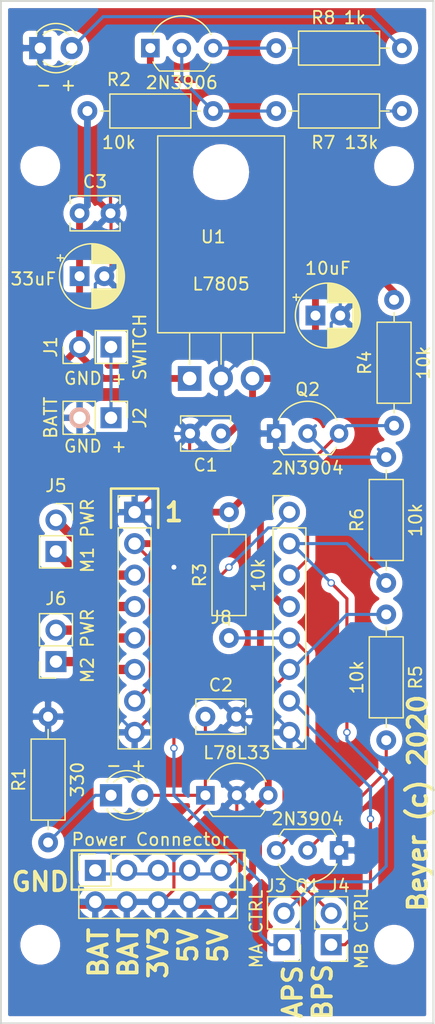
<source format=kicad_pcb>
(kicad_pcb (version 20171130) (host pcbnew "(5.1.4)-1")
  (layers (0 F.Cu signal hide) (31 B.Cu signal) (34 B.Paste user) (35 F.Paste user) (36 B.SilkS user) (37 F.SilkS user) (38 B.Mask user) (39 F.Mask user) (44 Edge.Cuts user))
  (net 0 "")
  (net 1 GND)
  (net 2 +5V)
  (net 3 +3V3)
  (net 4 "Net-(D1-Pad1)")
  (net 5 BPWM)
  (net 6 B2)
  (net 7 APWM)
  (net 8 A2)
  (net 9 B1)
  (net 10 A1)
  (net 11 "Net-(Q1-Pad2)")
  (net 12 "Net-(Q2-Pad2)")
  (net 13 +BATT)
  (net 14 "Net-(J1-Pad2)")
  (net 15 "Net-(J5-Pad2)")
  (net 16 "Net-(J5-Pad1)")
  (net 17 "Net-(J6-Pad2)")
  (net 18 "Net-(J6-Pad1)")
  (module bob:Pololu_TB6612 (layer F.Cu) (at 106.68 60.325)
    (fp_text reference J8 (at 7 8.5) (layer F.SilkS))
    (fp_text value TB6612_Motor_Driver)
    (pad 8 thru_hole oval (at 0 17.78) (size 1.7 1.7) (drill 1) (layers *.Cu *.Mask) (net 1 GND))
    (pad 7 thru_hole oval (at 0 15.24) (size 1.7 1.7) (drill 1) (layers *.Cu *.Mask) (net 2 +5V))
    (pad 6 thru_hole oval (at 0 12.7) (size 1.7 1.7) (drill 1) (layers *.Cu *.Mask) (net 18 "Net-(J6-Pad1)"))
    (pad 5 thru_hole oval (at 0 10.16) (size 1.7 1.7) (drill 1) (layers *.Cu *.Mask) (net 17 "Net-(J6-Pad2)"))
    (pad 4 thru_hole oval (at 0 7.62) (size 1.7 1.7) (drill 1) (layers *.Cu *.Mask) (net 15 "Net-(J5-Pad2)"))
    (pad 3 thru_hole oval (at 0 5.08) (size 1.7 1.7) (drill 1) (layers *.Cu *.Mask) (net 16 "Net-(J5-Pad1)"))
    (pad 2 thru_hole oval (at 0 2.54) (size 1.7 1.7) (drill 1) (layers *.Cu *.Mask) (net 2 +5V))
    (pad 1 thru_hole rect (at 0 0) (size 1.7 1.7) (drill 1) (layers *.Cu *.Mask) (net 1 GND))
    (pad 16 thru_hole circle (at 12.5 0) (size 1.7 1.7) (drill 1) (layers *.Cu *.Mask) (net 7 APWM))
    (pad 15 thru_hole oval (at 12.5 2.54) (size 1.7 1.7) (drill 1) (layers *.Cu *.Mask) (net 8 A2))
    (pad 14 thru_hole oval (at 12.5 5.08) (size 1.7 1.7) (drill 1) (layers *.Cu *.Mask) (net 10 A1))
    (pad 13 thru_hole oval (at 12.5 7.62) (size 1.7 1.7) (drill 1) (layers *.Cu *.Mask) (net 2 +5V))
    (pad 12 thru_hole oval (at 12.5 10.16) (size 1.7 1.7) (drill 1) (layers *.Cu *.Mask) (net 9 B1))
    (pad 11 thru_hole oval (at 12.5 12.7) (size 1.7 1.7) (drill 1) (layers *.Cu *.Mask) (net 6 B2))
    (pad 10 thru_hole oval (at 12.5 15.24) (size 1.7 1.7) (drill 1) (layers *.Cu *.Mask) (net 5 BPWM))
    (pad 9 thru_hole oval (at 12.5 17.78) (size 1.7 1.7) (drill 1) (layers *.Cu *.Mask) (net 1 GND))
  )
  (module Package_TO_SOT_THT:TO-220-3_Horizontal_TabDown (layer F.Cu) (at 111.125 49.53)
    (fp_text reference U1 (at 1.905 -11.43) (layer F.SilkS))
    (fp_text value L7805 (at 2.54 -7.62) (layer F.SilkS))
    (pad 3 thru_hole oval (at 5.08 0) (size 1.905 2) (drill 1.1) (layers *.Cu *.Mask) (net 2 +5V))
    (pad 2 thru_hole oval (at 2.54 0) (size 1.905 2) (drill 1.1) (layers *.Cu *.Mask) (net 1 GND))
    (pad 1 thru_hole rect (at 0 0) (size 1.905 2) (drill 1.1) (layers *.Cu *.Mask) (net 13 +BATT))
    (pad "" np_thru_hole oval (at 2.54 -16.66) (size 3.5 3.5) (drill 3.5) (layers *.Cu *.Mask))
  )
  (module "" (layer F.Cu) (at 102.87 27.94)
    (fp_text reference "" (at 107.95 22.86) (layer F.SilkS) (effects (font (size 1.27 1.27))))
    (fp_text value "" (at 107.95 22.86) (layer F.SilkS) (effects (font (size 1.27 1.27))))
  )
  (module "" (layer F.Cu) (at 96.52 27.94)
    (fp_text reference "" (at 107.95 22.86) (layer F.SilkS) (effects (font (size 1.27 1.27))))
    (fp_text value "" (at 107.95 22.86) (layer F.SilkS) (effects (font (size 1.27 1.27))))
  )
  (module Mounting_Holes:MountingHole_2.2mm_M2 (layer F.Cu) (at 127.635 32.385)
    (fp_text reference "" (at 0 -3.2) (layer F.SilkS))
    (fp_text value "")
    (pad 1 np_thru_hole circle (at 0 0) (size 2.2 2.2) (drill 2.2) (layers *.Cu *.Mask))
  )
  (module Mounting_Holes:MountingHole_2.2mm_M2 (layer F.Cu) (at 99.06 32.385)
    (fp_text reference "" (at 0 -3.2) (layer F.SilkS))
    (fp_text value "")
    (pad 1 np_thru_hole circle (at 0 0) (size 2.2 2.2) (drill 2.2) (layers *.Cu *.Mask))
  )
  (module Mounting_Holes:MountingHole_2.2mm_M2 (layer F.Cu) (at 127.635 95.25)
    (fp_text reference "" (at 0 -3.2) (layer F.SilkS))
    (fp_text value "")
    (pad 1 np_thru_hole circle (at 0 0) (size 2.2 2.2) (drill 2.2) (layers *.Cu *.Mask))
  )
  (module Mounting_Holes:MountingHole_2.2mm_M2 (layer F.Cu) (at 99.06 95.25)
    (fp_text reference "" (at 0 -3.2) (layer F.SilkS))
    (fp_text value "")
    (pad 1 np_thru_hole circle (at 0 0) (size 2.2 2.2) (drill 2.2) (layers *.Cu *.Mask))
  )
  (module Connector_PinHeader_2.54mm:PinHeader_1x02_P2.54mm_Vertical (layer F.Cu) (at 104.775 52.705 270)
    (fp_text reference J2 (at 0 -2.33 90) (layer F.SilkS))
    (fp_text value BATT (at 0 4.87 90) (layer F.SilkS))
    (fp_text user "GND +" (at 2.295 1.27) (layer F.SilkS))
    (pad 2 thru_hole oval (at 0 2.54 270) (size 1.7 1.7) (drill 1) (layers *.Cu *.Mask B.SilkS) (net 1 GND))
    (pad 1 thru_hole rect (at 0 0 270) (size 1.7 1.7) (drill 1) (layers *.Cu *.Mask) (net 14 "Net-(J1-Pad2)"))
  )
  (module Connector_PinHeader_2.54mm:PinHeader_1x02_P2.54mm_Vertical (layer F.Cu) (at 102.235 46.99 90)
    (fp_text reference J1 (at 0 -2.33 90) (layer F.SilkS))
    (fp_text value SWITCH (at 0 4.87 90) (layer F.SilkS))
    (fp_text user "GND +" (at -2.54 1.27) (layer F.SilkS))
    (pad 2 thru_hole rect (at 0 2.54 90) (size 1.7 1.7) (drill 1) (layers *.Cu *.Mask) (net 14 "Net-(J1-Pad2)"))
    (pad 1 thru_hole oval (at 0 0 90) (size 1.7 1.7) (drill 1) (layers *.Cu *.Mask) (net 13 +BATT))
  )
  (module Connector_PinSocket_2.54mm:PinSocket_2x05_P2.54mm_Vertical (layer F.Cu) (at 103.505 89.25 90)
    (fp_text reference J7 hide)
    (fp_text value "Power Connector" (at 2.5 4.445 180) (layer F.SilkS))
    (pad 10 thru_hole oval (at -2.54 10.16 90) (size 1.7 1.7) (drill 1) (layers *.Cu *.Mask) (net 1 GND))
    (pad 9 thru_hole oval (at 0 10.16 90) (size 1.7 1.7) (drill 1) (layers *.Cu *.Mask) (net 2 +5V))
    (pad 8 thru_hole oval (at -2.54 7.62 90) (size 1.7 1.7) (drill 1) (layers *.Cu *.Mask) (net 1 GND))
    (pad 7 thru_hole oval (at 0 7.62 90) (size 1.7 1.7) (drill 1) (layers *.Cu *.Mask) (net 2 +5V))
    (pad 6 thru_hole oval (at -2.54 5.08 90) (size 1.7 1.7) (drill 1) (layers *.Cu *.Mask) (net 1 GND))
    (pad 5 thru_hole oval (at 0 5.08 90) (size 1.7 1.7) (drill 1) (layers *.Cu *.Mask) (net 3 +3V3))
    (pad 4 thru_hole oval (at -2.54 2.54 90) (size 1.7 1.7) (drill 1) (layers *.Cu *.Mask) (net 1 GND))
    (pad 3 thru_hole oval (at 0 2.54 90) (size 1.7 1.7) (drill 1) (layers *.Cu *.Mask) (net 13 +BATT))
    (pad 2 thru_hole oval (at -2.54 0 90) (size 1.7 1.7) (drill 1) (layers *.Cu *.Mask) (net 1 GND))
    (pad 1 thru_hole rect (at 0 0 90) (size 1.7 1.7) (drill 1) (layers *.Cu *.Mask) (net 13 +BATT))
  )
  (module Connector_PinHeader_2.54mm:PinHeader_1x02_P2.54mm_Vertical (layer F.Cu) (at 118.745 95.25 180)
    (fp_text reference J3 (at 0.635 4.75) (layer F.SilkS))
    (fp_text value "MA CTRL" (at 2.245 1.27 270) (layer F.SilkS))
    (pad 2 thru_hole oval (at 0 2.54 180) (size 1.7 1.7) (drill 1) (layers *.Cu *.Mask) (net 8 A2))
    (pad 1 thru_hole rect (at 0 0 180) (size 1.7 1.7) (drill 1) (layers *.Cu *.Mask) (net 7 APWM))
  )
  (module Connector_PinHeader_2.54mm:PinHeader_1x02_P2.54mm_Vertical (layer F.Cu) (at 122.555 95.25 180)
    (fp_text reference J4 (at -0.635 4.75) (layer F.SilkS))
    (fp_text value "MB CTRL" (at -2.445 1.27 270) (layer F.SilkS))
    (pad 2 thru_hole oval (at 0 2.54 180) (size 1.7 1.7) (drill 1) (layers *.Cu *.Mask) (net 6 B2))
    (pad 1 thru_hole rect (at 0 0 180) (size 1.7 1.7) (drill 1) (layers *.Cu *.Mask) (net 5 BPWM))
  )
  (module Connector_PinSocket_2.54mm:PinSocket_1x02_P2.54mm_Vertical (layer F.Cu) (at 100.33 72.39 180)
    (fp_text reference J6 (at 0 5.08) (layer F.SilkS))
    (fp_text value "M2 PWR" (at -2.54 1.27 270) (layer F.SilkS))
    (pad 2 thru_hole oval (at 0 2.54 180) (size 1.7 1.7) (drill 1) (layers *.Cu *.Mask) (net 17 "Net-(J6-Pad2)"))
    (pad 1 thru_hole rect (at 0 0 180) (size 1.7 1.7) (drill 1) (layers *.Cu *.Mask) (net 18 "Net-(J6-Pad1)"))
  )
  (module Connector_PinSocket_2.54mm:PinSocket_1x02_P2.54mm_Vertical (layer F.Cu) (at 100.33 60.96)
    (fp_text reference J5 (at 0 -2.77) (layer F.SilkS))
    (fp_text value "M1 PWR" (at 2.54 1.27 90) (layer F.SilkS))
    (pad 2 thru_hole rect (at 0 2.54) (size 1.7 1.7) (drill 1) (layers *.Cu *.Mask) (net 15 "Net-(J5-Pad2)"))
    (pad 1 thru_hole oval (at 0 0) (size 1.7 1.7) (drill 1) (layers *.Cu *.Mask) (net 16 "Net-(J5-Pad1)"))
  )
  (module LED_THT:LED_D3.0mm (layer F.Cu) (at 104.775 83.185)
    (fp_text reference D1)
    (fp_text value "- +" (at 1.225 -2.435) (layer F.SilkS))
    (pad 2 thru_hole circle (at 2.54 0) (size 1.8 1.8) (drill 0.9) (layers *.Cu *.Mask) (net 3 +3V3))
    (pad 1 thru_hole rect (at 0 0) (size 1.8 1.8) (drill 0.9) (layers *.Cu *.Mask) (net 4 "Net-(D1-Pad1)"))
  )
  (module Capacitor_THT:CP_Radial_D5.0mm_P2.00mm (layer F.Cu) (at 121.285 44.45)
    (fp_text reference C4)
    (fp_text value 10uF (at 1 -3.81) (layer F.SilkS))
    (pad 2 thru_hole circle (at 2 0) (size 1.6 1.6) (drill 0.8) (layers *.Cu *.Mask) (net 1 GND))
    (pad 1 thru_hole rect (at 0 0) (size 1.6 1.6) (drill 0.8) (layers *.Cu *.Mask) (net 2 +5V))
  )
  (module Capacitor_THT:C_Disc_D3.8mm_W2.6mm_P2.50mm (layer F.Cu) (at 102.235 36.195)
    (fp_text reference C3 (at 1.25 -2.55) (layer F.SilkS))
    (fp_text value 0.1uF)
    (pad 2 thru_hole circle (at 2.5 0) (size 1.6 1.6) (drill 0.8) (layers *.Cu *.Mask) (net 1 GND))
    (pad 1 thru_hole circle (at 0 0) (size 1.6 1.6) (drill 0.8) (layers *.Cu *.Mask) (net 13 +BATT))
  )
  (module Capacitor_THT:C_Disc_D3.8mm_W2.6mm_P2.50mm (layer F.Cu) (at 112.395 76.835)
    (fp_text reference C2 (at 1.25 -2.55) (layer F.SilkS))
    (fp_text value 0.1uF)
    (pad 2 thru_hole circle (at 2.5 0) (size 1.6 1.6) (drill 0.8) (layers *.Cu *.Mask) (net 1 GND))
    (pad 1 thru_hole circle (at 0 0) (size 1.6 1.6) (drill 0.8) (layers *.Cu *.Mask) (net 3 +3V3))
  )
  (module Capacitor_THT:C_Disc_D3.8mm_W2.6mm_P2.50mm (layer F.Cu) (at 113.665 53.975 180)
    (fp_text reference C1 (at 1.25 -2.55) (layer F.SilkS))
    (fp_text value 0.1uF)
    (pad 2 thru_hole circle (at 2.5 0 180) (size 1.6 1.6) (drill 0.8) (layers *.Cu *.Mask) (net 1 GND))
    (pad 1 thru_hole circle (at 0 0 180) (size 1.6 1.6) (drill 0.8) (layers *.Cu *.Mask) (net 2 +5V))
  )
  (module Capacitor_THT:CP_Radial_D5.0mm_P2.00mm (layer F.Cu) (at 102.235 41.275)
    (fp_text reference C5)
    (fp_text value 33uF (at -3.735 0.225) (layer F.SilkS))
    (pad 2 thru_hole circle (at 2 0) (size 1.6 1.6) (drill 0.8) (layers *.Cu *.Mask) (net 1 GND))
    (pad 1 thru_hole rect (at 0 0) (size 1.6 1.6) (drill 0.8) (layers *.Cu *.Mask) (net 13 +BATT))
  )
  (module Resistor_THT:R_Axial_DIN0207_L6.3mm_D2.5mm_P10.16mm_Horizontal (layer F.Cu) (at 127 66.04 90)
    (fp_text reference R6 (at 5.08 -2.37 90) (layer F.SilkS))
    (fp_text value 10k (at 5.08 2.37 90) (layer F.SilkS))
    (pad 2 thru_hole oval (at 10.16 0 90) (size 1.6 1.6) (drill 0.8) (layers *.Cu *.Mask) (net 12 "Net-(Q2-Pad2)"))
    (pad 1 thru_hole circle (at 0 0 90) (size 1.6 1.6) (drill 0.8) (layers *.Cu *.Mask) (net 8 A2))
  )
  (module Resistor_THT:R_Axial_DIN0207_L6.3mm_D2.5mm_P10.16mm_Horizontal (layer F.Cu) (at 127 68.58 270)
    (fp_text reference R5 (at 5.08 -2.37 90) (layer F.SilkS))
    (fp_text value 10k (at 5.08 2.37 90) (layer F.SilkS))
    (pad 2 thru_hole oval (at 10.16 0 270) (size 1.6 1.6) (drill 0.8) (layers *.Cu *.Mask) (net 11 "Net-(Q1-Pad2)"))
    (pad 1 thru_hole circle (at 0 0 270) (size 1.6 1.6) (drill 0.8) (layers *.Cu *.Mask) (net 6 B2))
  )
  (module Resistor_THT:R_Axial_DIN0207_L6.3mm_D2.5mm_P10.16mm_Horizontal (layer F.Cu) (at 127.635 53.34 90)
    (fp_text reference R4 (at 5.08 -2.37 90) (layer F.SilkS))
    (fp_text value 10k (at 5.08 2.37 90) (layer F.SilkS))
    (pad 2 thru_hole oval (at 10.16 0 90) (size 1.6 1.6) (drill 0.8) (layers *.Cu *.Mask) (net 2 +5V))
    (pad 1 thru_hole circle (at 0 0 90) (size 1.6 1.6) (drill 0.8) (layers *.Cu *.Mask) (net 10 A1))
  )
  (module Resistor_THT:R_Axial_DIN0207_L6.3mm_D2.5mm_P10.16mm_Horizontal (layer F.Cu) (at 114.3 70.485 90)
    (fp_text reference R3 (at 5.08 -2.37 90) (layer F.SilkS))
    (fp_text value 10k (at 5.08 2.37 90) (layer F.SilkS))
    (pad 2 thru_hole oval (at 10.16 0 90) (size 1.6 1.6) (drill 0.8) (layers *.Cu *.Mask) (net 2 +5V))
    (pad 1 thru_hole circle (at 0 0 90) (size 1.6 1.6) (drill 0.8) (layers *.Cu *.Mask) (net 9 B1))
  )
  (module Resistor_THT:R_Axial_DIN0207_L6.3mm_D2.5mm_P10.16mm_Horizontal (layer F.Cu) (at 102.87 27.94)
    (fp_text reference R2 (at 2.54 -2.54) (layer F.SilkS))
    (fp_text value 10k (at 2.54 2.54) (layer F.SilkS))
    (pad 2 thru_hole oval (at 10.16 0) (size 1.6 1.6) (drill 0.8) (layers *.Cu *.Mask))
    (pad 1 thru_hole circle (at 0 0) (size 1.6 1.6) (drill 0.8) (layers *.Cu *.Mask))
  )
  (module Resistor_THT:R_Axial_DIN0207_L6.3mm_D2.5mm_P10.16mm_Horizontal (layer F.Cu) (at 99.695 86.995 90)
    (fp_text reference R1 (at 5.08 -2.37 90) (layer F.SilkS))
    (fp_text value 330 (at 5.08 2.37 90) (layer F.SilkS))
    (pad 2 thru_hole oval (at 10.16 0 90) (size 1.6 1.6) (drill 0.8) (layers *.Cu *.Mask) (net 1 GND))
    (pad 1 thru_hole circle (at 0 0 90) (size 1.6 1.6) (drill 0.8) (layers *.Cu *.Mask) (net 4 "Net-(D1-Pad1)"))
  )
  (module Package_TO_SOT_THT:TO-92_Inline_Wide (layer F.Cu) (at 107.95 22.86)
    (fp_text reference Q3)
    (fp_text value 2N3906 (at 2.54 2.79) (layer F.SilkS))
    (pad 1 thru_hole rect (at 0 0 90) (size 1.5 1.5) (drill 0.8) (layers *.Cu *.Mask) (net 2 +5V))
    (pad 3 thru_hole circle (at 5.08 0 90) (size 1.5 1.5) (drill 0.8) (layers *.Cu *.Mask))
    (pad 2 thru_hole circle (at 2.54 0 90) (size 1.5 1.5) (drill 0.8) (layers *.Cu *.Mask))
  )
  (module Resistor_THT:R_Axial_DIN0207_L6.3mm_D2.5mm_P10.16mm_Horizontal (layer F.Cu) (at 118.11 22.86)
    (fp_text reference R8 (at 3.81 -2.46) (layer F.SilkS))
    (fp_text value 1k (at 6.35 -2.46) (layer F.SilkS))
    (pad 2 thru_hole oval (at 10.16 0) (size 1.6 1.6) (drill 0.8) (layers *.Cu *.Mask))
    (pad 1 thru_hole circle (at 0 0) (size 1.6 1.6) (drill 0.8) (layers *.Cu *.Mask))
  )
  (module Resistor_THT:R_Axial_DIN0207_L6.3mm_D2.5mm_P10.16mm_Horizontal (layer F.Cu) (at 118.11 27.94)
    (fp_text reference R7 (at 3.81 2.54) (layer F.SilkS))
    (fp_text value 13k (at 6.89 2.54) (layer F.SilkS))
    (pad 1 thru_hole circle (at 0 0) (size 1.6 1.6) (drill 0.8) (layers *.Cu *.Mask))
    (pad 2 thru_hole oval (at 10.16 0) (size 1.6 1.6) (drill 0.8) (layers *.Cu *.Mask))
  )
  (module LED_THT:LED_D3.0mm (layer F.Cu) (at 99.06 22.86)
    (fp_text reference D2)
    (fp_text value "- +" (at 1.27 2.96) (layer F.SilkS))
    (pad 2 thru_hole circle (at 2.54 0) (size 1.8 1.8) (drill 0.9) (layers *.Cu *.Mask))
    (pad 1 thru_hole rect (at 0 0) (size 1.8 1.8) (drill 0.9) (layers *.Cu *.Mask) (net 1 GND))
  )
  (module Package_TO_SOT_THT:TO-92L_Inline_Wide (layer F.Cu) (at 112.395 83.185)
    (fp_text reference U2)
    (fp_text value L78L33 (at 2.54 -3.435) (layer F.SilkS))
    (pad 1 thru_hole rect (at 0 0 90) (size 1.5 1.5) (drill 0.8) (layers *.Cu *.Mask) (net 3 +3V3))
    (pad 3 thru_hole circle (at 5.08 0 90) (size 1.5 1.5) (drill 0.8) (layers *.Cu *.Mask) (net 2 +5V))
    (pad 2 thru_hole circle (at 2.54 0 90) (size 1.5 1.5) (drill 0.8) (layers *.Cu *.Mask) (net 1 GND))
  )
  (module Package_TO_SOT_THT:TO-92L_Inline_Wide (layer F.Cu) (at 118.11 53.975)
    (fp_text reference Q2 (at 2.54 -3.56) (layer F.SilkS))
    (fp_text value 2N3904 (at 2.54 2.79) (layer F.SilkS))
    (pad 1 thru_hole rect (at 0 0 90) (size 1.5 1.5) (drill 0.8) (layers *.Cu *.Mask) (net 1 GND))
    (pad 3 thru_hole circle (at 5.08 0 90) (size 1.5 1.5) (drill 0.8) (layers *.Cu *.Mask) (net 10 A1))
    (pad 2 thru_hole circle (at 2.54 0 90) (size 1.5 1.5) (drill 0.8) (layers *.Cu *.Mask) (net 12 "Net-(Q2-Pad2)"))
  )
  (module Package_TO_SOT_THT:TO-92L_Inline_Wide (layer F.Cu) (at 123.19 87.63 180)
    (fp_text reference Q1 (at 2.54 -2.87) (layer F.SilkS))
    (fp_text value 2N3904 (at 2.54 2.54) (layer F.SilkS))
    (pad 1 thru_hole rect (at 0 0 270) (size 1.5 1.5) (drill 0.8) (layers *.Cu *.Mask) (net 1 GND))
    (pad 3 thru_hole circle (at 5.08 0 270) (size 1.5 1.5) (drill 0.8) (layers *.Cu *.Mask) (net 9 B1))
    (pad 2 thru_hole circle (at 2.54 0 270) (size 1.5 1.5) (drill 0.8) (layers *.Cu *.Mask) (net 11 "Net-(Q1-Pad2)"))
  )
  (gr_line (start 115.57 87.63) (end 101.6 87.63) (angle 90) (layer F.SilkS) (width 0.2))
  (gr_line (start 101.6 87.63) (end 101.6 90.805) (angle 90) (layer F.SilkS) (width 0.2))
  (gr_line (start 115.57 90.805) (end 115.57 87.63) (angle 90) (layer F.SilkS) (width 0.2))
  (gr_line (start 101.6 90.805) (end 115.57 90.805) (angle 90) (layer F.SilkS) (width 0.2))
  (gr_text "Beyer (c) 2020" (at 129.54 83.82 90) (layer F.SilkS) (effects (font (size 1.5 1.5) (thickness 0.3))))
  (gr_text GND (at 99.06 90.17) (layer F.SilkS) (effects (font (size 1.5 1.5) (thickness 0.3))))
  (gr_text 1 (at 109.855 60.325) (layer F.SilkS) (effects (font (size 1.5 1.5) (thickness 0.3))))
  (gr_line (start 104.775 58.42) (end 104.775 61.595) (angle 90) (layer F.SilkS) (width 0.2))
  (gr_line (start 108.585 58.42) (end 108.585 61.595) (angle 90) (layer F.SilkS) (width 0.2))
  (gr_line (start 104.775 58.42) (end 108.585 58.42) (angle 90) (layer F.SilkS) (width 0.2))
  (gr_text "APS\nBPS" (at 120.65 99.06 90) (layer F.SilkS) (effects (font (size 1.5 1.5) (thickness 0.3))))
  (gr_text "BAT\nBAT\n3V3\n 5V\n 5V" (at 108.585 95.885 90) (layer F.SilkS) (effects (font (size 1.5 1.5) (thickness 0.3))))
  (gr_line (start 95.885 93.98) (end 95.885 101.6) (angle 90) (layer Edge.Cuts) (width 0.15))
  (gr_line (start 130.81 93.98) (end 130.81 101.6) (angle 90) (layer Edge.Cuts) (width 0.15))
  (gr_line (start 95.885 19.05) (end 130.81 19.05) (angle 90) (layer Edge.Cuts) (width 0.15))
  (gr_line (start 130.81 93.98) (end 130.81 77.47) (angle 90) (layer Edge.Cuts) (width 0.15))
  (gr_line (start 95.885 101.6) (end 130.81 101.6) (angle 90) (layer Edge.Cuts) (width 0.15))
  (gr_line (start 95.885 77.47) (end 95.885 93.98) (angle 90) (layer Edge.Cuts) (width 0.15))
  (gr_line (start 95.885 19.05) (end 95.885 77.47) (angle 90) (layer Edge.Cuts) (width 0.15))
  (gr_line (start 130.81 19.05) (end 130.81 77.47) (angle 90) (layer Edge.Cuts) (width 0.15))
  (segment (start 102.499999 21.960001) (end 101.6 22.86) (width 0.25) (layer B.Cu) (net 0))
  (segment (start 104.14 20.32) (end 102.499999 21.960001) (width 0.25) (layer B.Cu) (net 0))
  (segment (start 125.73 20.32) (end 104.14 20.32) (width 0.25) (layer B.Cu) (net 0))
  (segment (start 128.27 22.86) (end 125.73 20.32) (width 0.25) (layer B.Cu) (net 0))
  (segment (start 113.03 22.86) (end 118.11 22.86) (width 0.25) (layer B.Cu) (net 0))
  (segment (start 113.03 27.94) (end 118.11 27.94) (width 0.25) (layer B.Cu) (net 0))
  (segment (start 110.49 25.4) (end 113.03 27.94) (width 0.25) (layer B.Cu) (net 0))
  (segment (start 110.49 22.86) (end 110.49 25.4) (width 0.25) (layer B.Cu) (net 0))
  (segment (start 113.665 49.53) (end 117.475 45.72) (width 0.25) (layer B.Cu) (net 1))
  (segment (start 117.475 45.72) (end 122.555 45.72) (width 0.25) (layer B.Cu) (net 1))
  (segment (start 122.555 45.72) (end 122.555 45.085) (width 0.25) (layer B.Cu) (net 1))
  (segment (start 122.555 45.085) (end 123.19 44.45) (width 0.25) (layer B.Cu) (net 1))
  (segment (start 123.19 44.45) (end 123.285 44.45) (width 0.25) (layer B.Cu) (net 1))
  (segment (start 106.68 60.325) (end 111.125 55.88) (width 0.25) (layer F.Cu) (net 1))
  (segment (start 111.125 55.88) (end 111.125 53.975) (width 0.25) (layer F.Cu) (net 1))
  (segment (start 111.125 53.975) (end 111.165 53.975) (width 0.25) (layer F.Cu) (net 1))
  (segment (start 119.18 78.105) (end 119.38 78.105) (width 0.25) (layer B.Cu) (net 1))
  (segment (start 102.235 52.705) (end 102.235 49.53) (width 0.25) (layer B.Cu) (net 1))
  (segment (start 102.235 49.53) (end 103.505 48.26) (width 0.25) (layer B.Cu) (net 1))
  (segment (start 103.505 48.26) (end 103.505 41.91) (width 0.25) (layer B.Cu) (net 1))
  (segment (start 103.505 41.91) (end 104.14 41.275) (width 0.25) (layer B.Cu) (net 1))
  (segment (start 104.14 41.275) (end 104.235 41.275) (width 0.25) (layer B.Cu) (net 1))
  (segment (start 106.68 78.105) (end 109.855 74.93) (width 0.25) (layer F.Cu) (net 1))
  (segment (start 109.855 74.93) (end 109.855 64.77) (width 0.25) (layer F.Cu) (net 1))
  (via (at 109.855 64.77) (size 0.6) (layers F.Cu B.Cu) (net 1))
  (segment (start 109.855 64.77) (end 109.855 63.5) (width 0.25) (layer B.Cu) (net 1))
  (segment (start 109.855 63.5) (end 106.68 60.325) (width 0.25) (layer B.Cu) (net 1))
  (segment (start 111.165 53.975) (end 111.125 53.975) (width 0.25) (layer F.Cu) (net 1))
  (segment (start 111.125 53.975) (end 113.665 51.435) (width 0.25) (layer F.Cu) (net 1))
  (segment (start 113.665 51.435) (end 113.665 49.53) (width 0.25) (layer F.Cu) (net 1))
  (segment (start 111.165 53.975) (end 103.505 53.975) (width 0.25) (layer B.Cu) (net 1))
  (segment (start 103.505 53.975) (end 102.235 52.705) (width 0.25) (layer B.Cu) (net 1))
  (segment (start 114.895 76.835) (end 114.935 76.835) (width 0.25) (layer B.Cu) (net 1))
  (segment (start 114.935 76.835) (end 113.665 78.105) (width 0.25) (layer B.Cu) (net 1))
  (segment (start 113.665 78.105) (end 106.68 78.105) (width 0.25) (layer B.Cu) (net 1))
  (segment (start 106.68 78.105) (end 105.41 76.835) (width 0.25) (layer B.Cu) (net 1))
  (segment (start 105.41 76.835) (end 99.695 76.835) (width 0.25) (layer B.Cu) (net 1))
  (segment (start 114.895 76.835) (end 114.935 76.835) (width 0.25) (layer F.Cu) (net 1))
  (segment (start 114.935 76.835) (end 113.665 78.105) (width 0.25) (layer F.Cu) (net 1))
  (segment (start 119.18 78.105) (end 119.38 78.105) (width 0.25) (layer B.Cu) (net 1))
  (segment (start 119.38 78.105) (end 118.11 76.835) (width 0.25) (layer B.Cu) (net 1))
  (segment (start 118.11 76.835) (end 114.895 76.835) (width 0.25) (layer B.Cu) (net 1))
  (segment (start 111.165 53.975) (end 111.125 53.975) (width 0.25) (layer B.Cu) (net 1))
  (segment (start 111.125 53.975) (end 112.395 52.705) (width 0.25) (layer B.Cu) (net 1))
  (segment (start 112.395 52.705) (end 114.935 52.705) (width 0.25) (layer B.Cu) (net 1))
  (segment (start 114.935 52.705) (end 116.205 53.975) (width 0.25) (layer B.Cu) (net 1))
  (segment (start 116.205 53.975) (end 118.11 53.975) (width 0.25) (layer B.Cu) (net 1))
  (segment (start 104.235 41.275) (end 104.14 41.275) (width 0.25) (layer F.Cu) (net 1))
  (segment (start 104.14 41.275) (end 104.775 40.64) (width 0.25) (layer F.Cu) (net 1))
  (segment (start 104.775 40.64) (end 104.775 36.195) (width 0.25) (layer F.Cu) (net 1))
  (segment (start 104.775 36.195) (end 104.735 36.195) (width 0.25) (layer F.Cu) (net 1))
  (segment (start 111.125 89.535) (end 108.585 89.535) (width 0.25) (layer B.Cu) (net 1))
  (segment (start 108.585 89.535) (end 106.045 89.535) (width 0.25) (layer B.Cu) (net 1))
  (segment (start 106.045 89.535) (end 103.505 89.535) (width 0.25) (layer B.Cu) (net 1))
  (segment (start 113.665 89.535) (end 111.125 89.535) (width 0.25) (layer B.Cu) (net 1))
  (segment (start 119.38 78.105) (end 119.38 78.74) (width 0.25) (layer B.Cu) (net 1))
  (segment (start 123.19 82.115) (end 123.19 87.63) (width 0.25) (layer B.Cu) (net 1))
  (segment (start 119.18 78.105) (end 123.19 82.115) (width 0.25) (layer B.Cu) (net 1))
  (segment (start 113.665 81.915) (end 114.935 83.185) (width 0.25) (layer F.Cu) (net 1))
  (segment (start 113.665 78.105) (end 113.665 81.915) (width 0.25) (layer F.Cu) (net 1))
  (segment (start 114.935 88.265) (end 113.665 89.535) (width 0.25) (layer F.Cu) (net 1))
  (segment (start 114.935 83.185) (end 114.935 88.265) (width 0.25) (layer F.Cu) (net 1))
  (segment (start 123.285 44.45) (end 123.285 32.925) (width 0.25) (layer B.Cu) (net 1))
  (segment (start 99.06 22.86) (end 99.06 27.94) (width 0.25) (layer F.Cu) (net 1))
  (segment (start 104.735 33.615) (end 104.735 36.195) (width 0.25) (layer F.Cu) (net 1))
  (segment (start 99.06 27.94) (end 104.735 33.615) (width 0.25) (layer F.Cu) (net 1))
  (segment (start 128.27 27.94) (end 125.73 27.94) (width 0.25) (layer B.Cu) (net 1))
  (segment (start 123.285 30.385) (end 123.285 32.925) (width 0.25) (layer B.Cu) (net 1))
  (segment (start 125.73 27.94) (end 123.285 30.385) (width 0.25) (layer B.Cu) (net 1))
  (segment (start 106.68 75.565) (end 107.95 74.295) (width 0.25) (layer F.Cu) (net 2))
  (segment (start 107.95 74.295) (end 107.95 64.135) (width 0.25) (layer F.Cu) (net 2))
  (segment (start 107.95 64.135) (end 106.68 62.865) (width 0.25) (layer F.Cu) (net 2))
  (segment (start 116.84 81.28) (end 116.84 66.04) (width 0.55) (layer F.Cu) (net 2))
  (segment (start 106.68 62.865) (end 109.855 62.865) (width 0.55) (layer F.Cu) (net 2))
  (segment (start 112.395 60.325) (end 114.3 60.325) (width 0.55) (layer F.Cu) (net 2))
  (segment (start 109.855 62.865) (end 112.395 60.325) (width 0.55) (layer F.Cu) (net 2))
  (segment (start 119.18 67.945) (end 118.745 67.945) (width 0.55) (layer F.Cu) (net 2))
  (segment (start 118.745 67.945) (end 116.84 66.04) (width 0.55) (layer F.Cu) (net 2))
  (segment (start 116.84 66.04) (end 116.84 60.325) (width 0.55) (layer F.Cu) (net 2))
  (segment (start 116.84 60.325) (end 115.57 59.055) (width 0.55) (layer F.Cu) (net 2))
  (segment (start 113.665 53.975) (end 114.3 53.975) (width 0.55) (layer F.Cu) (net 2))
  (segment (start 114.3 53.975) (end 115.57 52.705) (width 0.55) (layer F.Cu) (net 2))
  (segment (start 116.205 49.53) (end 116.205 51.435) (width 0.55) (layer F.Cu) (net 2))
  (segment (start 115.57 59.055) (end 114.3 60.325) (width 0.55) (layer F.Cu) (net 2))
  (segment (start 115.57 52.07) (end 115.57 52.705) (width 0.55) (layer F.Cu) (net 2))
  (segment (start 115.57 52.705) (end 115.57 59.055) (width 0.55) (layer F.Cu) (net 2))
  (segment (start 116.205 51.435) (end 115.57 52.07) (width 0.55) (layer F.Cu) (net 2))
  (segment (start 127.635 43.18) (end 127.635 42.545) (width 0.55) (layer F.Cu) (net 2))
  (segment (start 127.635 42.545) (end 125.73 40.64) (width 0.55) (layer F.Cu) (net 2))
  (segment (start 125.73 40.64) (end 122.555 40.64) (width 0.55) (layer F.Cu) (net 2))
  (segment (start 122.555 40.64) (end 121.285 41.91) (width 0.55) (layer F.Cu) (net 2))
  (segment (start 116.205 49.53) (end 118.11 49.53) (width 0.55) (layer F.Cu) (net 2))
  (segment (start 121.285 46.355) (end 121.285 44.45) (width 0.55) (layer F.Cu) (net 2))
  (segment (start 118.11 49.53) (end 121.285 46.355) (width 0.55) (layer F.Cu) (net 2))
  (segment (start 113.665 92.075) (end 111.125 92.075) (width 0.55) (layer F.Cu) (net 2))
  (segment (start 117.475 81.915) (end 117.475 83.185) (width 0.55) (layer F.Cu) (net 2))
  (segment (start 116.84 81.28) (end 117.475 81.915) (width 0.55) (layer F.Cu) (net 2))
  (segment (start 116.205 89.535) (end 113.665 92.075) (width 0.55) (layer F.Cu) (net 2))
  (segment (start 117.475 83.185) (end 116.205 84.455) (width 0.55) (layer F.Cu) (net 2))
  (segment (start 116.205 84.455) (end 116.205 89.535) (width 0.55) (layer F.Cu) (net 2))
  (segment (start 120.65 27.94) (end 120.65 41.91) (width 0.55) (layer F.Cu) (net 2))
  (segment (start 121.285 42.545) (end 121.285 44.45) (width 0.55) (layer F.Cu) (net 2))
  (segment (start 118.11 25.4) (end 120.65 27.94) (width 0.55) (layer F.Cu) (net 2))
  (segment (start 121.285 41.91) (end 121.285 42.545) (width 0.55) (layer F.Cu) (net 2))
  (segment (start 120.65 41.91) (end 121.285 42.545) (width 0.55) (layer F.Cu) (net 2))
  (segment (start 107.95 24.16) (end 107.95 22.86) (width 0.55) (layer F.Cu) (net 2))
  (segment (start 109.19 25.4) (end 107.95 24.16) (width 0.55) (layer F.Cu) (net 2))
  (segment (start 118.11 25.4) (end 109.19 25.4) (width 0.55) (layer F.Cu) (net 2))
  (segment (start 112.395 83.185) (end 112.395 83.82) (width 0.25) (layer F.Cu) (net 3))
  (segment (start 112.395 83.82) (end 109.855 86.36) (width 0.25) (layer F.Cu) (net 3))
  (segment (start 109.855 90.805) (end 108.585 92.075) (width 0.25) (layer F.Cu) (net 3))
  (segment (start 109.855 86.36) (end 109.855 90.805) (width 0.25) (layer F.Cu) (net 3))
  (segment (start 112.395 76.835) (end 112.395 83.185) (width 0.25) (layer F.Cu) (net 3))
  (segment (start 112.395 83.185) (end 107.315 83.185) (width 0.25) (layer F.Cu) (net 3))
  (segment (start 99.695 86.995) (end 103.505 83.185) (width 0.25) (layer B.Cu) (net 4))
  (segment (start 103.505 83.185) (end 104.775 83.185) (width 0.25) (layer B.Cu) (net 4))
  (segment (start 119.18 75.565) (end 119.38 75.565) (width 0.25) (layer B.Cu) (net 5))
  (segment (start 119.38 75.565) (end 120.65 76.835) (width 0.25) (layer B.Cu) (net 5))
  (segment (start 120.65 76.835) (end 120.65 77.47) (width 0.25) (layer B.Cu) (net 5))
  (segment (start 120.65 77.47) (end 125.73 82.55) (width 0.25) (layer B.Cu) (net 5))
  (via (at 125.73 85.09) (size 0.6) (layers F.Cu B.Cu) (net 5))
  (segment (start 123.655 95.25) (end 122.555 95.25) (width 0.25) (layer F.Cu) (net 5))
  (segment (start 125.73 93.175) (end 123.655 95.25) (width 0.25) (layer F.Cu) (net 5))
  (segment (start 125.73 85.09) (end 125.73 93.175) (width 0.25) (layer F.Cu) (net 5))
  (segment (start 125.73 82.55) (end 125.73 85.09) (width 0.25) (layer B.Cu) (net 5))
  (segment (start 119.18 73.025) (end 119.38 73.025) (width 0.25) (layer F.Cu) (net 6))
  (segment (start 119.38 73.025) (end 118.11 74.295) (width 0.25) (layer F.Cu) (net 6))
  (segment (start 118.11 74.295) (end 117.475 74.295) (width 0.25) (layer F.Cu) (net 6))
  (segment (start 117.475 74.295) (end 117.475 79.375) (width 0.25) (layer F.Cu) (net 6))
  (segment (start 117.475 79.375) (end 118.745 80.645) (width 0.25) (layer F.Cu) (net 6))
  (segment (start 118.745 80.645) (end 118.745 84.455) (width 0.25) (layer F.Cu) (net 6))
  (segment (start 119.18 73.025) (end 119.38 73.025) (width 0.25) (layer B.Cu) (net 6))
  (segment (start 119.38 73.025) (end 123.825 68.58) (width 0.25) (layer B.Cu) (net 6))
  (segment (start 123.825 68.58) (end 127 68.58) (width 0.25) (layer B.Cu) (net 6))
  (segment (start 118.745 84.455) (end 116.84 86.36) (width 0.25) (layer F.Cu) (net 6))
  (segment (start 116.84 86.36) (end 116.84 88.9) (width 0.25) (layer F.Cu) (net 6))
  (segment (start 116.84 88.9) (end 118.11 90.17) (width 0.25) (layer F.Cu) (net 6))
  (segment (start 120.015 90.17) (end 122.555 92.71) (width 0.25) (layer F.Cu) (net 6))
  (segment (start 118.11 90.17) (end 120.015 90.17) (width 0.25) (layer F.Cu) (net 6))
  (segment (start 119.18 60.325) (end 119.38 60.325) (width 0.25) (layer B.Cu) (net 7))
  (segment (start 119.38 60.325) (end 118.11 61.595) (width 0.25) (layer B.Cu) (net 7))
  (segment (start 118.11 61.595) (end 117.475 61.595) (width 0.25) (layer B.Cu) (net 7))
  (segment (start 117.475 61.595) (end 114.3 64.77) (width 0.25) (layer B.Cu) (net 7))
  (via (at 114.3 64.77) (size 0.6) (layers F.Cu B.Cu) (net 7))
  (segment (start 114.3 64.77) (end 111.125 67.945) (width 0.25) (layer F.Cu) (net 7))
  (segment (start 111.125 67.945) (end 111.125 75.565) (width 0.25) (layer F.Cu) (net 7))
  (segment (start 111.125 75.565) (end 109.855 76.835) (width 0.25) (layer F.Cu) (net 7))
  (segment (start 109.855 76.835) (end 109.855 79.375) (width 0.25) (layer F.Cu) (net 7))
  (via (at 109.855 79.375) (size 0.6) (layers F.Cu B.Cu) (net 7))
  (segment (start 116.84 94.445) (end 117.645 95.25) (width 0.25) (layer B.Cu) (net 7))
  (segment (start 117.645 95.25) (end 118.745 95.25) (width 0.25) (layer B.Cu) (net 7))
  (segment (start 116.84 90.17) (end 116.84 94.445) (width 0.25) (layer B.Cu) (net 7))
  (segment (start 109.855 83.185) (end 116.84 90.17) (width 0.25) (layer B.Cu) (net 7))
  (segment (start 109.855 79.375) (end 109.855 83.185) (width 0.25) (layer B.Cu) (net 7))
  (segment (start 119.18 62.865) (end 119.38 62.865) (width 0.25) (layer B.Cu) (net 8))
  (segment (start 119.38 62.865) (end 122.555 66.04) (width 0.25) (layer B.Cu) (net 8))
  (via (at 122.555 66.04) (size 0.6) (layers F.Cu B.Cu) (net 8))
  (segment (start 122.555 66.04) (end 123.825 67.31) (width 0.25) (layer F.Cu) (net 8))
  (segment (start 123.825 67.31) (end 123.825 78.105) (width 0.25) (layer F.Cu) (net 8))
  (via (at 123.825 78.105) (size 0.6) (layers F.Cu B.Cu) (net 8))
  (segment (start 127 66.04) (end 123.825 62.865) (width 0.25) (layer B.Cu) (net 8))
  (segment (start 123.825 62.865) (end 119.18 62.865) (width 0.25) (layer B.Cu) (net 8))
  (segment (start 123.825 78.74) (end 123.825 78.105) (width 0.25) (layer B.Cu) (net 8))
  (segment (start 120.015 91.44) (end 121.285 90.17) (width 0.25) (layer B.Cu) (net 8))
  (segment (start 121.285 90.17) (end 125.73 90.17) (width 0.25) (layer B.Cu) (net 8))
  (segment (start 125.73 90.17) (end 127 88.9) (width 0.25) (layer B.Cu) (net 8))
  (segment (start 127 88.9) (end 127 81.915) (width 0.25) (layer B.Cu) (net 8))
  (segment (start 127 81.915) (end 123.825 78.74) (width 0.25) (layer B.Cu) (net 8))
  (segment (start 120.015 91.44) (end 118.745 92.71) (width 0.25) (layer B.Cu) (net 8))
  (segment (start 119.18 70.485) (end 114.3 70.485) (width 0.25) (layer B.Cu) (net 9))
  (segment (start 120.65 85.09) (end 118.11 87.63) (width 0.25) (layer F.Cu) (net 9))
  (segment (start 120.65 71.755) (end 120.65 85.09) (width 0.25) (layer F.Cu) (net 9))
  (segment (start 119.18 70.485) (end 119.38 70.485) (width 0.25) (layer F.Cu) (net 9))
  (segment (start 119.38 70.485) (end 120.65 71.755) (width 0.25) (layer F.Cu) (net 9))
  (segment (start 120.65 64.135) (end 119.38 65.405) (width 0.25) (layer F.Cu) (net 10))
  (segment (start 119.38 65.405) (end 119.18 65.405) (width 0.25) (layer F.Cu) (net 10))
  (segment (start 123.825 53.34) (end 123.19 53.975) (width 0.25) (layer B.Cu) (net 10))
  (segment (start 127.635 53.34) (end 123.825 53.34) (width 0.25) (layer B.Cu) (net 10))
  (segment (start 120.65 56.515) (end 123.19 53.975) (width 0.25) (layer F.Cu) (net 10))
  (segment (start 120.65 64.135) (end 120.65 56.515) (width 0.25) (layer F.Cu) (net 10))
  (segment (start 127 81.28) (end 120.65 87.63) (width 0.25) (layer F.Cu) (net 11))
  (segment (start 127 78.74) (end 127 81.28) (width 0.25) (layer F.Cu) (net 11))
  (segment (start 120.65 53.975) (end 121.285 53.34) (width 0.25) (layer B.Cu) (net 12))
  (segment (start 127 55.88) (end 126.365 55.245) (width 0.25) (layer B.Cu) (net 12))
  (segment (start 122.555 55.88) (end 120.65 53.975) (width 0.25) (layer B.Cu) (net 12))
  (segment (start 127 55.88) (end 122.555 55.88) (width 0.25) (layer B.Cu) (net 12))
  (segment (start 102.235 46.99) (end 102.235 47.625) (width 0.55) (layer F.Cu) (net 13))
  (segment (start 102.235 47.625) (end 104.14 49.53) (width 0.55) (layer F.Cu) (net 13))
  (segment (start 104.14 49.53) (end 111.125 49.53) (width 0.55) (layer F.Cu) (net 13))
  (segment (start 102.235 41.275) (end 102.235 36.195) (width 0.55) (layer F.Cu) (net 13))
  (segment (start 106.045 92.075) (end 103.505 92.075) (width 0.55) (layer F.Cu) (net 13))
  (segment (start 103.505 92.075) (end 101.6 92.075) (width 0.55) (layer F.Cu) (net 13))
  (segment (start 101.6 92.075) (end 100.965 91.44) (width 0.55) (layer F.Cu) (net 13))
  (segment (start 100.965 91.44) (end 99.695 91.44) (width 0.55) (layer F.Cu) (net 13))
  (segment (start 99.695 91.44) (end 97.79 89.535) (width 0.55) (layer F.Cu) (net 13))
  (segment (start 97.79 89.535) (end 97.79 51.435) (width 0.55) (layer F.Cu) (net 13))
  (segment (start 97.79 51.435) (end 102.235 46.99) (width 0.55) (layer F.Cu) (net 13))
  (segment (start 102.235 46.99) (end 102.235 41.275) (width 0.55) (layer F.Cu) (net 13))
  (segment (start 102.87 35.56) (end 102.235 36.195) (width 0.55) (layer B.Cu) (net 13))
  (segment (start 102.87 27.94) (end 102.87 35.56) (width 0.55) (layer B.Cu) (net 13))
  (segment (start 104.775 52.705) (end 104.775 46.99) (width 0.25) (layer B.Cu) (net 14))
  (segment (start 106.68 67.945) (end 104.775 67.945) (width 0.75) (layer F.Cu) (net 15))
  (segment (start 104.775 67.945) (end 100.33 63.5) (width 0.75) (layer F.Cu) (net 15))
  (segment (start 106.68 65.405) (end 104.775 65.405) (width 0.75) (layer F.Cu) (net 16))
  (segment (start 104.775 65.405) (end 100.33 60.96) (width 0.75) (layer F.Cu) (net 16))
  (segment (start 106.68 70.485) (end 103.505 70.485) (width 0.75) (layer F.Cu) (net 17))
  (segment (start 102.87 69.85) (end 100.33 69.85) (width 0.75) (layer F.Cu) (net 17))
  (segment (start 103.505 70.485) (end 102.87 69.85) (width 0.75) (layer F.Cu) (net 17))
  (segment (start 106.68 73.025) (end 104.14 73.025) (width 0.75) (layer F.Cu) (net 18))
  (segment (start 103.505 72.39) (end 100.33 72.39) (width 0.75) (layer F.Cu) (net 18))
  (segment (start 104.14 73.025) (end 103.505 72.39) (width 0.75) (layer F.Cu) (net 18))
  (zone (net 1) (net_name GND) (layer F.Cu) (connect_pads (clearance 0.508)) (min_thickness 0.254) (fill yes (arc_segments 32) (thermal_gap 0.508) (thermal_bridge_width 0.508))
    (polygon (pts (xy 130.81 19.05) (xy 95.885 19.05) (xy 95.885 101.6) (xy 130.81 101.6)))
  )
  (zone (net 1) (net_name GND) (layer B.Cu) (connect_pads (clearance 0.508)) (min_thickness 0.254) (fill yes (arc_segments 32) (thermal_gap 0.508) (thermal_bridge_width 0.508))
    (polygon (pts (xy 130.81 19.05) (xy 95.885 19.05) (xy 95.885 101.6) (xy 130.81 101.6)))
  )
)
</source>
